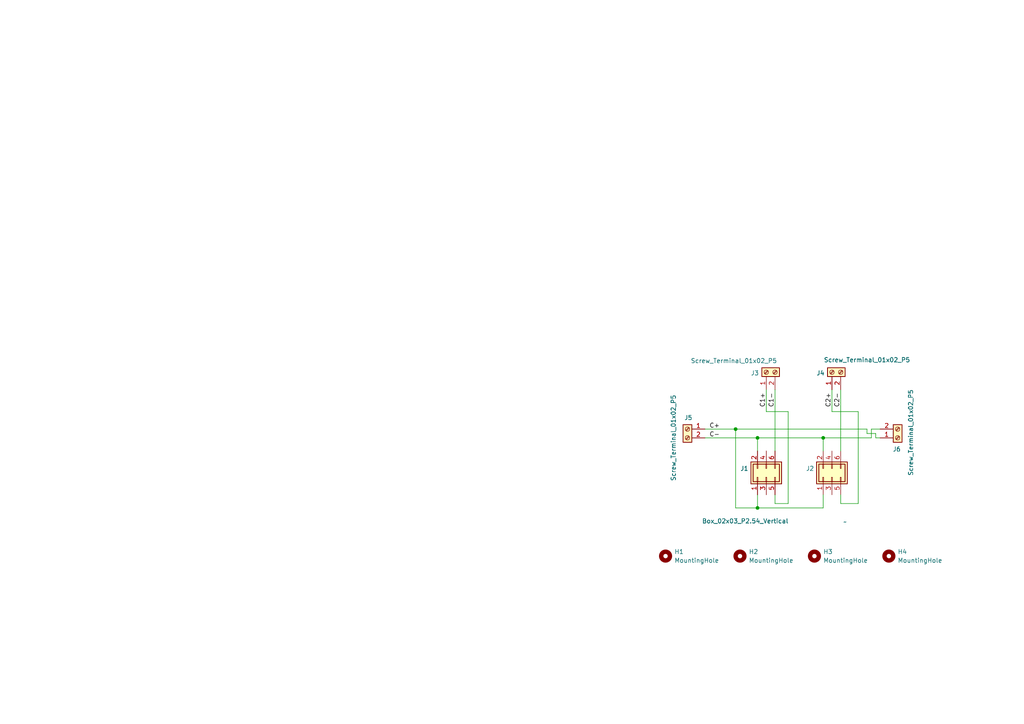
<source format=kicad_sch>
(kicad_sch (version 20231120) (generator "eeschema") (generator_version "8.0")
  (paper "A4")
  (title_block (date "2025-01-16"))
  (lib_symbols
    (symbol "_kh_library:Box_02x03_P2.54_Vertical" (pin_names (offset 1.016) hide)
      (property "Reference" "J" (at 1.27 5.588 0))
      (property "Value" "Box_02x03_P2.54_Vertical" (at 1.27 -6.35 0))
      (symbol "Box_02x03_P2.54_Vertical_1_1"
        (rectangle (start -1.905 4.445) (end 4.445 -4.445) (stroke (width 0.254)) (fill (type background)))
        (rectangle (start -1.27 -2.413) (end 0 -2.667) (stroke (width 0.1524)))
        (rectangle (start -1.27 0.127) (end 0 -0.127) (stroke (width 0.1524)))
        (rectangle (start -1.27 2.667) (end 0 2.413) (stroke (width 0.1524)))
        (rectangle (start -1.27 3.81) (end 3.81 -3.81) (stroke (width 0.254)) (fill (type background)))
        (rectangle (start 3.81 -2.413) (end 2.54 -2.667) (stroke (width 0.1524)))
        (rectangle (start 3.81 0.127) (end 2.54 -0.127) (stroke (width 0.1524)))
        (rectangle (start 3.81 2.667) (end 2.54 2.413) (stroke (width 0.1524)))
        (pin passive line (at -5.08 2.54 0) (length 3.81) (name "Pin_1") (number "1"))
        (pin passive line (at 7.62 2.54 180) (length 3.81) (name "Pin_2") (number "2"))
        (pin passive line (at -5.08 0 0) (length 3.81) (name "Pin_3") (number "3"))
        (pin passive line (at 7.62 0 180) (length 3.81) (name "Pin_4") (number "4"))
        (pin passive line (at -5.08 -2.54 0) (length 3.81) (name "Pin_5") (number "5"))
        (pin passive line (at 7.62 -2.54 180) (length 3.81) (name "Pin_6") (number "6"))
      )
    )
    (symbol "_kh_library:MountingHole" (pin_names (offset 1.016)) (exclude_from_sim yes) (in_bom no)
      (property "Reference" "H" (at 0 5.08 0))
      (property "Value" "MountingHole" (at 0 3.175 0))
      (symbol "MountingHole_0_1"
        (circle (center 0 0) (radius 1.27) (stroke (width 1.27)))
      )
    )
    (symbol "_kh_library:Screw_Terminal_01x02_P5" (pin_names (offset 1.016) hide)
      (property "Reference" "J" (at 2.286 0 0))
      (property "Value" "Screw_Terminal_01x02_P5" (at 6.35 -1.016 90))
      (symbol "Screw_Terminal_01x02_P5_1_1"
        (rectangle (start -1.27 1.27) (end 1.27 -3.81) (stroke (width 0.254)) (fill (type background)))
        (circle (center 0 -2.54) (radius 0.635) (stroke (width 0.1524)))
        (polyline (pts (xy -0.5334 -2.2098) (xy 0.3302 -3.048)) (stroke (width 0.1524)))
        (polyline (pts (xy -0.5334 0.3302) (xy 0.3302 -0.508)) (stroke (width 0.1524)))
        (polyline (pts (xy -0.3556 -2.032) (xy 0.508 -2.8702)) (stroke (width 0.1524)))
        (polyline (pts (xy -0.3556 0.508) (xy 0.508 -0.3302)) (stroke (width 0.1524)))
        (circle (center 0 0) (radius 0.635) (stroke (width 0.1524)))
        (pin passive line (at -5.08 0 0) (length 3.81) (name "Pin_1") (number "1"))
        (pin passive line (at -5.08 -2.54 0) (length 3.81) (name "Pin_2") (number "2"))
      )
    )
  )
  (junction (at 219.71 127))
  (junction (at 213.36 124.46))
  (junction (at 238.76 127))
  (junction (at 219.71 147.32))
  (wire (pts (xy 255.27 127) (xy 254 127)))
  (wire (pts (xy 219.71 127) (xy 238.76 127)))
  (wire (pts (xy 248.92 119.38) (xy 248.92 146.05)))
  (wire (pts (xy 254 125.73) (xy 251.46 125.73)))
  (wire (pts (xy 254 127) (xy 254 125.73)))
  (wire (pts (xy 251.46 125.73) (xy 251.46 124.46)))
  (wire (pts (xy 213.36 124.46) (xy 204.47 124.46)))
  (wire (pts (xy 219.71 147.32) (xy 213.36 147.32)))
  (wire (pts (xy 219.71 127) (xy 219.71 130.81)))
  (wire (pts (xy 248.92 146.05) (xy 243.84 146.05)))
  (wire (pts (xy 241.3 113.03) (xy 241.3 119.38)))
  (wire (pts (xy 224.79 113.03) (xy 224.79 130.81)))
  (wire (pts (xy 222.25 113.03) (xy 222.25 119.38)))
  (wire (pts (xy 224.79 143.51) (xy 224.79 146.05)))
  (wire (pts (xy 228.6 119.38) (xy 228.6 146.05)))
  (wire (pts (xy 243.84 113.03) (xy 243.84 130.81)))
  (wire (pts (xy 252.73 124.46) (xy 255.27 124.46)))
  (wire (pts (xy 252.73 127) (xy 252.73 124.46)))
  (wire (pts (xy 241.3 119.38) (xy 248.92 119.38)))
  (wire (pts (xy 204.47 127) (xy 219.71 127)))
  (wire (pts (xy 238.76 143.51) (xy 238.76 147.32)))
  (wire (pts (xy 219.71 143.51) (xy 219.71 147.32)))
  (wire (pts (xy 238.76 127) (xy 252.73 127)))
  (wire (pts (xy 213.36 124.46) (xy 251.46 124.46)))
  (wire (pts (xy 238.76 127) (xy 238.76 130.81)))
  (wire (pts (xy 238.76 147.32) (xy 219.71 147.32)))
  (wire (pts (xy 228.6 146.05) (xy 224.79 146.05)))
  (wire (pts (xy 213.36 147.32) (xy 213.36 124.46)))
  (wire (pts (xy 243.84 146.05) (xy 243.84 143.51)))
  (wire (pts (xy 222.25 119.38) (xy 228.6 119.38)))
  (label "C-" (at 205.74 127 0))
  (label "C+" (at 205.74 124.46 0))
  (label "C1+" (at 222.25 118.11 90))
  (label "C2-" (at 243.84 118.11 90))
  (label "C1-" (at 224.79 118.11 90))
  (label "C2+" (at 241.3 118.11 90))
  (symbol (lib_id "_kh_library:MountingHole") (at 193.04 161.29 0) (unit 1) (exclude_from_sim yes) (in_bom no)
    (property "Reference" "H1" (at 195.58 160.0199 0) (effects (justify left)))
    (property "Value" "MountingHole" (at 195.58 162.5599 0) (effects (justify left)))
    (property "Footprint" "_kh_library:MountingHole_2.2mm_M2_Pad_TopBottom_kh" (effects (hide yes)))
    (property "Description" "Mounting Hole without connection" (effects (hide yes)))
  )
  (symbol (lib_id "_kh_library:Screw_Terminal_01x02_P5") (at 222.25 107.95 90) (unit 1)
    (property "Reference" "J3" (at 218.948 108.204 90))
    (property "Value" "Screw_Terminal_01x02_P5" (at 212.852 104.648 90))
    (property "Footprint" "_kh_library:Screw_Terminal_01x02_P5" (effects (hide yes)))
    (property "Description" "Generic screw terminal, single row, 01x02" (effects (hide yes)))
  )
  (symbol (lib_id "_kh_library:MountingHole") (at 257.81 161.29 0) (unit 1) (exclude_from_sim yes) (in_bom no)
    (property "Reference" "H4" (at 260.35 160.0199 0) (effects (justify left)))
    (property "Value" "MountingHole" (at 260.35 162.5599 0) (effects (justify left)))
    (property "Footprint" "_kh_library:MountingHole_2.2mm_M2_Pad_TopBottom_kh" (effects (hide yes)))
    (property "Description" "Mounting Hole without connection" (effects (hide yes)))
  )
  (symbol (lib_id "_kh_library:Screw_Terminal_01x02_P5") (at 199.39 124.46 0) (mirror y) (unit 1)
    (property "Reference" "J5" (at 199.644 121.158 0))
    (property "Value" "Screw_Terminal_01x02_P5" (at 195.326 127 90))
    (property "Footprint" "_kh_library:Screw_Terminal_01x02_P5" (effects (hide yes)))
    (property "Description" "Generic screw terminal, single row, 01x02" (effects (hide yes)))
  )
  (symbol (lib_id "_kh_library:Box_02x03_P2.54_Vertical") (at 222.25 138.43 90) (unit 1)
    (property "Reference" "J1" (at 215.9 135.89 90))
    (property "Value" "Box_02x03_P2.54_Vertical" (at 216.154 151.13 90))
    (property "Footprint" "_kh_library:Box_02x03_P2.54mm_Vertical_kh" (effects (hide yes)))
    (property "Description" "Box Header connector, double row, 02x03, odd/even pin numbering scheme" (effects (hide yes)))
  )
  (symbol (lib_id "_kh_library:Screw_Terminal_01x02_P5") (at 260.35 127 0) (mirror x) (unit 1)
    (property "Reference" "J6" (at 260.096 130.302 0))
    (property "Value" "Screw_Terminal_01x02_P5" (at 264.16 125.476 90))
    (property "Footprint" "_kh_library:Screw_Terminal_01x02_P5" (effects (hide yes)))
    (property "Description" "Generic screw terminal, single row, 01x02" (effects (hide yes)))
  )
  (symbol (lib_id "_kh_library:Box_02x03_P2.54_Vertical") (at 241.3 138.43 90) (unit 1)
    (property "Reference" "J2" (at 234.95 135.89 90))
    (property "Value" "~" (at 245.11 151.384 90))
    (property "Footprint" "_kh_library:Box_02x03_P2.54mm_Vertical_kh" (effects (hide yes)))
    (property "Description" "Box Header connector, double row, 02x03, odd/even pin numbering scheme" (effects (hide yes)))
  )
  (symbol (lib_id "_kh_library:MountingHole") (at 214.63 161.29 0) (unit 1) (exclude_from_sim yes) (in_bom no)
    (property "Reference" "H2" (at 217.17 160.0199 0) (effects (justify left)))
    (property "Value" "MountingHole" (at 217.17 162.5599 0) (effects (justify left)))
    (property "Footprint" "_kh_library:MountingHole_2.2mm_M2_Pad_TopBottom_kh" (effects (hide yes)))
    (property "Description" "Mounting Hole without connection" (effects (hide yes)))
  )
  (symbol (lib_id "_kh_library:Screw_Terminal_01x02_P5") (at 241.3 107.95 90) (unit 1)
    (property "Reference" "J4" (at 237.998 108.204 90))
    (property "Value" "Screw_Terminal_01x02_P5" (at 251.46 104.394 90))
    (property "Footprint" "_kh_library:Screw_Terminal_01x02_P5" (effects (hide yes)))
    (property "Description" "Generic screw terminal, single row, 01x02" (effects (hide yes)))
  )
  (symbol (lib_id "_kh_library:MountingHole") (at 236.22 161.29 0) (unit 1) (exclude_from_sim yes) (in_bom no)
    (property "Reference" "H3" (at 238.76 160.0199 0) (effects (justify left)))
    (property "Value" "MountingHole" (at 238.76 162.5599 0) (effects (justify left)))
    (property "Footprint" "_kh_library:MountingHole_2.2mm_M2_Pad_TopBottom_kh" (effects (hide yes)))
    (property "Description" "Mounting Hole without connection" (effects (hide yes)))
  )
)
</source>
